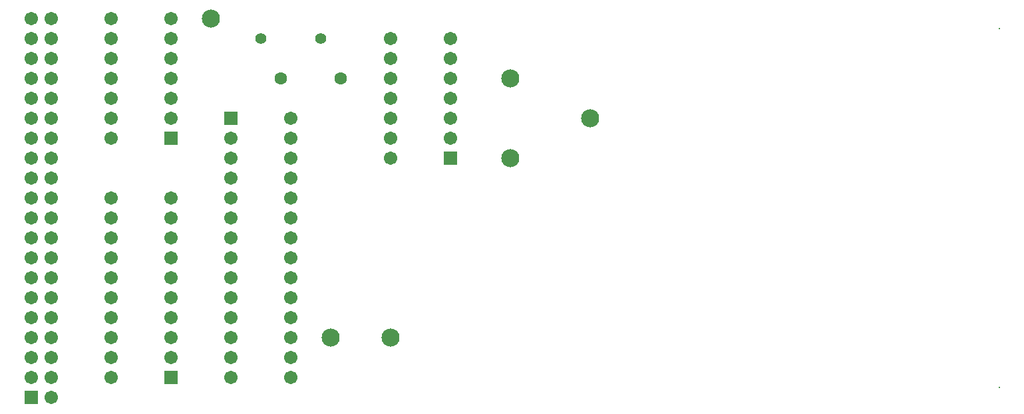
<source format=gbs>
G04*
G04 #@! TF.GenerationSoftware,Altium Limited,Altium Designer,21.9.1 (22)*
G04*
G04 Layer_Color=16711935*
%FSLAX25Y25*%
%MOIN*%
G70*
G04*
G04 #@! TF.SameCoordinates,D21D48F5-640B-449E-B1FD-98C6F9B5C5F0*
G04*
G04*
G04 #@! TF.FilePolarity,Negative*
G04*
G01*
G75*
%ADD14R,0.06706X0.06706*%
%ADD15C,0.06706*%
%ADD16C,0.06706*%
%ADD17C,0.09068*%
%ADD18C,0.00800*%
%ADD19C,0.06312*%
%ADD20R,0.06706X0.06706*%
%ADD21C,0.05524*%
D14*
X180000Y130000D02*
D03*
X320000Y240000D02*
D03*
X210000Y260000D02*
D03*
X180000Y250000D02*
D03*
D15*
Y140000D02*
D03*
Y150000D02*
D03*
Y160000D02*
D03*
Y170000D02*
D03*
Y180000D02*
D03*
Y190000D02*
D03*
Y200000D02*
D03*
Y210000D02*
D03*
Y220000D02*
D03*
X150000Y130000D02*
D03*
Y150000D02*
D03*
Y160000D02*
D03*
Y170000D02*
D03*
Y180000D02*
D03*
Y190000D02*
D03*
Y200000D02*
D03*
Y210000D02*
D03*
Y220000D02*
D03*
X320000Y250000D02*
D03*
Y260000D02*
D03*
Y270000D02*
D03*
Y280000D02*
D03*
Y290000D02*
D03*
Y300000D02*
D03*
X290000Y240000D02*
D03*
Y250000D02*
D03*
Y260000D02*
D03*
Y270000D02*
D03*
Y280000D02*
D03*
Y290000D02*
D03*
Y300000D02*
D03*
X240000Y130000D02*
D03*
Y140000D02*
D03*
Y150000D02*
D03*
Y160000D02*
D03*
Y170000D02*
D03*
Y180000D02*
D03*
Y190000D02*
D03*
Y200000D02*
D03*
Y210000D02*
D03*
Y220000D02*
D03*
Y230000D02*
D03*
Y240000D02*
D03*
Y250000D02*
D03*
Y260000D02*
D03*
X210000Y130000D02*
D03*
Y140000D02*
D03*
Y150000D02*
D03*
Y160000D02*
D03*
Y170000D02*
D03*
Y180000D02*
D03*
Y190000D02*
D03*
Y200000D02*
D03*
Y210000D02*
D03*
Y220000D02*
D03*
Y230000D02*
D03*
Y240000D02*
D03*
Y250000D02*
D03*
X180000Y260000D02*
D03*
Y270000D02*
D03*
Y280000D02*
D03*
Y290000D02*
D03*
Y300000D02*
D03*
Y310000D02*
D03*
X150000Y250000D02*
D03*
Y260000D02*
D03*
Y270000D02*
D03*
Y280000D02*
D03*
Y290000D02*
D03*
Y300000D02*
D03*
Y310000D02*
D03*
D16*
Y140000D02*
D03*
X120000Y310000D02*
D03*
X110000D02*
D03*
X120000Y300000D02*
D03*
X110000D02*
D03*
X120000Y290000D02*
D03*
X110000D02*
D03*
X120000Y280000D02*
D03*
X110000D02*
D03*
X120000Y270000D02*
D03*
X110000D02*
D03*
X120000Y260000D02*
D03*
X110000D02*
D03*
X120000Y250000D02*
D03*
X110000D02*
D03*
X120000Y240000D02*
D03*
X110000D02*
D03*
X120000Y230000D02*
D03*
X110000D02*
D03*
X120000Y220000D02*
D03*
X110000D02*
D03*
X120000Y210000D02*
D03*
X110000D02*
D03*
X120000Y200000D02*
D03*
X110000D02*
D03*
X120000Y190000D02*
D03*
X110000D02*
D03*
X120000Y180000D02*
D03*
X110000D02*
D03*
X120000Y170000D02*
D03*
X110000D02*
D03*
X120000Y160000D02*
D03*
X110000D02*
D03*
X120000Y150000D02*
D03*
X110000D02*
D03*
X120000Y140000D02*
D03*
X110000D02*
D03*
X120000Y130000D02*
D03*
X110000D02*
D03*
X120000Y120000D02*
D03*
D17*
X390000Y260000D02*
D03*
X200000Y310000D02*
D03*
X290000Y150000D02*
D03*
X260000D02*
D03*
X350000Y240000D02*
D03*
Y280000D02*
D03*
D18*
X595000Y305000D02*
D03*
Y125000D02*
D03*
D19*
X235000Y280000D02*
D03*
X265000D02*
D03*
D20*
X110000Y120000D02*
D03*
D21*
X255000Y300000D02*
D03*
X225000D02*
D03*
M02*

</source>
